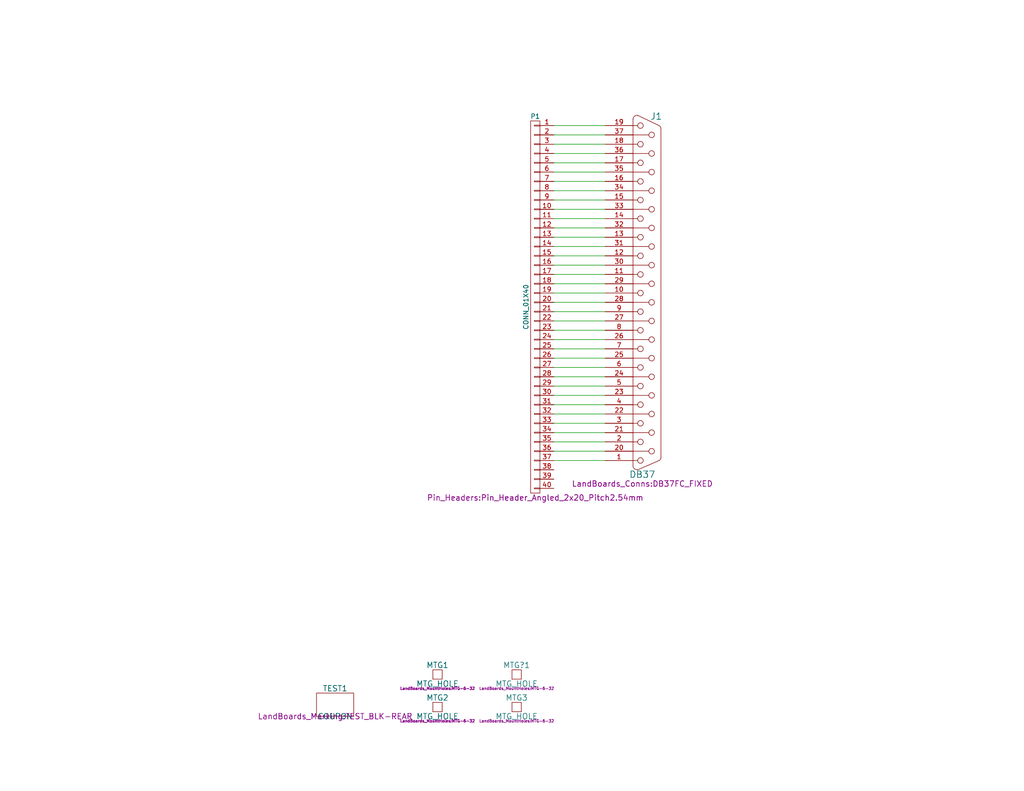
<source format=kicad_sch>
(kicad_sch (version 20211123) (generator eeschema)
  (paper "A")
  (title_block (title "SWITCHX8") (date "Wednesday, May 03, 2017") (rev "X1") (company "land-boards.com"))
  (lib_symbols
    (symbol "DB37RIBBONADAPTER-rescue:CONN_01X40" (pin_names (offset 1.016) hide)
      (property "Reference" "P" (at 0 52.07 0))
      (property "Value" "CONN_01X40" (at 2.54 0 90))
      (symbol "CONN_01X40_0_1"
        (rectangle (start -1.27 -49.403) (end 0.254 -49.657))
        (rectangle (start -1.27 -46.863) (end 0.254 -47.117))
        (rectangle (start -1.27 -44.323) (end 0.254 -44.577))
        (rectangle (start -1.27 -41.783) (end 0.254 -42.037))
        (rectangle (start -1.27 -39.243) (end 0.254 -39.497))
        (rectangle (start -1.27 -36.703) (end 0.254 -36.957))
        (rectangle (start -1.27 -34.163) (end 0.254 -34.417))
        (rectangle (start -1.27 -31.623) (end 0.254 -31.877))
        (rectangle (start -1.27 -29.083) (end 0.254 -29.337))
        (rectangle (start -1.27 -26.543) (end 0.254 -26.797))
        (rectangle (start -1.27 -24.003) (end 0.254 -24.257))
        (rectangle (start -1.27 -21.463) (end 0.254 -21.717))
        (rectangle (start -1.27 -18.923) (end 0.254 -19.177))
        (rectangle (start -1.27 -16.383) (end 0.254 -16.637))
        (rectangle (start -1.27 -13.843) (end 0.254 -14.097))
        (rectangle (start -1.27 -11.303) (end 0.254 -11.557))
        (rectangle (start -1.27 -8.763) (end 0.254 -9.017))
        (rectangle (start -1.27 -6.223) (end 0.254 -6.477))
        (rectangle (start -1.27 -3.683) (end 0.254 -3.937))
        (rectangle (start -1.27 -1.143) (end 0.254 -1.397))
        (rectangle (start -1.27 1.397) (end 0.254 1.143))
        (rectangle (start -1.27 3.937) (end 0.254 3.683))
        (rectangle (start -1.27 6.477) (end 0.254 6.223))
        (rectangle (start -1.27 9.017) (end 0.254 8.763))
        (rectangle (start -1.27 11.557) (end 0.254 11.303))
        (rectangle (start -1.27 14.097) (end 0.254 13.843))
        (rectangle (start -1.27 16.637) (end 0.254 16.383))
        (rectangle (start -1.27 19.177) (end 0.254 18.923))
        (rectangle (start -1.27 21.717) (end 0.254 21.463))
        (rectangle (start -1.27 24.257) (end 0.254 24.003))
        (rectangle (start -1.27 26.797) (end 0.254 26.543))
        (rectangle (start -1.27 29.337) (end 0.254 29.083))
        (rectangle (start -1.27 31.877) (end 0.254 31.623))
        (rectangle (start -1.27 34.417) (end 0.254 34.163))
        (rectangle (start -1.27 36.957) (end 0.254 36.703))
        (rectangle (start -1.27 39.497) (end 0.254 39.243))
        (rectangle (start -1.27 42.037) (end 0.254 41.783))
        (rectangle (start -1.27 44.577) (end 0.254 44.323))
        (rectangle (start -1.27 47.117) (end 0.254 46.863))
        (rectangle (start -1.27 49.657) (end 0.254 49.403))
        (rectangle (start -1.27 50.8) (end 1.27 -50.8))
      )
      (symbol "CONN_01X40_1_1"
        (pin passive line (at -5.08 49.53 0) (length 3.81) (name "P1") (number "1"))
        (pin passive line (at -5.08 26.67 0) (length 3.81) (name "P10") (number "10"))
        (pin passive line (at -5.08 24.13 0) (length 3.81) (name "P11") (number "11"))
        (pin passive line (at -5.08 21.59 0) (length 3.81) (name "P12") (number "12"))
        (pin passive line (at -5.08 19.05 0) (length 3.81) (name "P13") (number "13"))
        (pin passive line (at -5.08 16.51 0) (length 3.81) (name "P14") (number "14"))
        (pin passive line (at -5.08 13.97 0) (length 3.81) (name "P15") (number "15"))
        (pin passive line (at -5.08 11.43 0) (length 3.81) (name "P16") (number "16"))
        (pin passive line (at -5.08 8.89 0) (length 3.81) (name "P17") (number "17"))
        (pin passive line (at -5.08 6.35 0) (length 3.81) (name "P18") (number "18"))
        (pin passive line (at -5.08 3.81 0) (length 3.81) (name "P19") (number "19"))
        (pin passive line (at -5.08 46.99 0) (length 3.81) (name "P2") (number "2"))
        (pin passive line (at -5.08 1.27 0) (length 3.81) (name "P20") (number "20"))
        (pin passive line (at -5.08 -1.27 0) (length 3.81) (name "P21") (number "21"))
        (pin passive line (at -5.08 -3.81 0) (length 3.81) (name "P22") (number "22"))
        (pin passive line (at -5.08 -6.35 0) (length 3.81) (name "P23") (number "23"))
        (pin passive line (at -5.08 -8.89 0) (length 3.81) (name "P24") (number "24"))
        (pin passive line (at -5.08 -11.43 0) (length 3.81) (name "P25") (number "25"))
        (pin passive line (at -5.08 -13.97 0) (length 3.81) (name "P26") (number "26"))
        (pin passive line (at -5.08 -16.51 0) (length 3.81) (name "P27") (number "27"))
        (pin passive line (at -5.08 -19.05 0) (length 3.81) (name "P28") (number "28"))
        (pin passive line (at -5.08 -21.59 0) (length 3.81) (name "P29") (number "29"))
        (pin passive line (at -5.08 44.45 0) (length 3.81) (name "P3") (number "3"))
        (pin passive line (at -5.08 -24.13 0) (length 3.81) (name "P30") (number "30"))
        (pin passive line (at -5.08 -26.67 0) (length 3.81) (name "P31") (number "31"))
        (pin passive line (at -5.08 -29.21 0) (length 3.81) (name "P32") (number "32"))
        (pin passive line (at -5.08 -31.75 0) (length 3.81) (name "P33") (number "33"))
        (pin passive line (at -5.08 -34.29 0) (length 3.81) (name "P34") (number "34"))
        (pin passive line (at -5.08 -36.83 0) (length 3.81) (name "P35") (number "35"))
        (pin passive line (at -5.08 -39.37 0) (length 3.81) (name "P36") (number "36"))
        (pin passive line (at -5.08 -41.91 0) (length 3.81) (name "P37") (number "37"))
        (pin passive line (at -5.08 -44.45 0) (length 3.81) (name "P38") (number "38"))
        (pin passive line (at -5.08 -46.99 0) (length 3.81) (name "P39") (number "39"))
        (pin passive line (at -5.08 41.91 0) (length 3.81) (name "P4") (number "4"))
        (pin passive line (at -5.08 -49.53 0) (length 3.81) (name "P40") (number "40"))
        (pin passive line (at -5.08 39.37 0) (length 3.81) (name "P5") (number "5"))
        (pin passive line (at -5.08 36.83 0) (length 3.81) (name "P6") (number "6"))
        (pin passive line (at -5.08 34.29 0) (length 3.81) (name "P7") (number "7"))
        (pin passive line (at -5.08 31.75 0) (length 3.81) (name "P8") (number "8"))
        (pin passive line (at -5.08 29.21 0) (length 3.81) (name "P9") (number "9"))
      )
    )
    (symbol "DB37RIBBONADAPTER-rescue:COUPON" (pin_names (offset 1.016))
      (property "Reference" "COUP?" (at 0 0 0))
      (property "Value" "COUPON" (at 0 0 0))
      (symbol "COUPON_0_1"
        (rectangle (start -5.08 0) (end 5.08 6.35))
      )
    )
    (symbol "DB37RIBBONADAPTER-rescue:DB37" (pin_names (offset 1.016) hide)
      (property "Reference" "J" (at 2.54 48.26 0))
      (property "Value" "DB37" (at -1.27 -49.53 0))
      (symbol "DB37_0_1"
        (arc (start -3.81 -47.244) (mid -3.383 -48.0048) (end -2.54 -48.2346))
        (arc (start -2.54 48.514) (mid -3.3949 48.2789) (end -3.81 47.498))
        (circle (center -1.778 -45.72) (radius 0.762))
        (circle (center -1.778 -40.64) (radius 0.762))
        (circle (center -1.778 -35.56) (radius 0.762))
        (circle (center -1.778 -30.48) (radius 0.762))
        (circle (center -1.778 -25.4) (radius 0.762))
        (circle (center -1.778 -20.32) (radius 0.762))
        (circle (center -1.778 -15.24) (radius 0.762))
        (circle (center -1.778 -10.16) (radius 0.762))
        (circle (center -1.778 -5.08) (radius 0.762))
        (circle (center -1.778 0) (radius 0.762))
        (circle (center -1.778 5.08) (radius 0.762))
        (circle (center -1.778 10.16) (radius 0.762))
        (circle (center -1.778 15.24) (radius 0.762))
        (circle (center -1.778 20.32) (radius 0.762))
        (circle (center -1.778 25.4) (radius 0.762))
        (circle (center -1.778 30.48) (radius 0.762))
        (circle (center -1.778 35.56) (radius 0.762))
        (circle (center -1.778 40.64) (radius 0.762))
        (circle (center -1.778 45.72) (radius 0.762))
        (polyline (pts (xy -3.81 -45.72) (xy -2.54 -45.72)))
        (polyline (pts (xy -3.81 -43.18) (xy 0.508 -43.18)))
        (polyline (pts (xy -3.81 -40.64) (xy -2.54 -40.64)))
        (polyline (pts (xy -3.81 -38.1) (xy 0.508 -38.1)))
        (polyline (pts (xy -3.81 -35.56) (xy -2.54 -35.56)))
        (polyline (pts (xy -3.81 -33.02) (xy 0.508 -33.02)))
        (polyline (pts (xy -3.81 -30.48) (xy -2.54 -30.48)))
        (polyline (pts (xy -3.81 -27.94) (xy 0.508 -27.94)))
        (polyline (pts (xy -3.81 -25.4) (xy -2.54 -25.4)))
        (polyline (pts (xy -3.81 -22.86) (xy 0.508 -22.86)))
        (polyline (pts (xy -3.81 -20.32) (xy -2.54 -20.32)))
        (polyline (pts (xy -3.81 -17.78) (xy 0.508 -17.78)))
        (polyline (pts (xy -3.81 -15.24) (xy -2.54 -15.24)))
        (polyline (pts (xy -3.81 -12.7) (xy 0.508 -12.7)))
        (polyline (pts (xy -3.81 -10.16) (xy -2.54 -10.16)))
        (polyline (pts (xy -3.81 -7.62) (xy 0.508 -7.62)))
        (polyline (pts (xy -3.81 -5.08) (xy -2.54 -5.08)))
        (polyline (pts (xy -3.81 -2.54) (xy 0.508 -2.54)))
        (polyline (pts (xy -3.81 0) (xy -2.54 0)))
        (polyline (pts (xy -3.81 2.54) (xy 0.508 2.54)))
        (polyline (pts (xy -3.81 5.08) (xy -2.54 5.08)))
        (polyline (pts (xy -3.81 7.62) (xy 0.508 7.62)))
        (polyline (pts (xy -3.81 10.16) (xy -2.54 10.16)))
        (polyline (pts (xy -3.81 12.7) (xy 0.508 12.7)))
        (polyline (pts (xy -3.81 15.24) (xy -2.54 15.24)))
        (polyline (pts (xy -3.81 17.78) (xy 0.508 17.78)))
        (polyline (pts (xy -3.81 20.32) (xy -2.54 20.32)))
        (polyline (pts (xy -3.81 22.86) (xy 0.508 22.86)))
        (polyline (pts (xy -3.81 25.4) (xy -2.54 25.4)))
        (polyline (pts (xy -3.81 27.94) (xy 0.508 27.94)))
        (polyline (pts (xy -3.81 30.48) (xy -2.54 30.48)))
        (polyline (pts (xy -3.81 33.02) (xy 0.508 33.02)))
        (polyline (pts (xy -3.81 35.56) (xy -2.54 35.56)))
        (polyline (pts (xy -3.81 38.1) (xy 0.508 38.1)))
        (polyline (pts (xy -3.81 40.64) (xy -2.54 40.64)))
        (polyline (pts (xy -3.81 43.18) (xy 0.508 43.18)))
        (polyline (pts (xy -3.81 45.72) (xy -2.54 45.72)))
        (polyline (pts (xy -3.81 47.498) (xy -3.81 -47.2186)))
        (polyline (pts (xy -2.54 -48.26) (xy 3.302 -45.72)))
        (polyline (pts (xy -2.54 48.514) (xy 3.302 45.72)))
        (polyline (pts (xy 3.81 -44.958) (xy 3.81 44.958)))
        (circle (center 1.27 -43.18) (radius 0.762))
        (circle (center 1.27 -38.1) (radius 0.762))
        (circle (center 1.27 -33.02) (radius 0.762))
        (circle (center 1.27 -27.94) (radius 0.762))
        (circle (center 1.27 -22.86) (radius 0.762))
        (circle (center 1.27 -17.78) (radius 0.762))
        (circle (center 1.27 -12.7) (radius 0.762))
        (circle (center 1.27 -7.62) (radius 0.762))
        (circle (center 1.27 -2.54) (radius 0.762))
        (circle (center 1.27 2.54) (radius 0.762))
        (circle (center 1.27 7.62) (radius 0.762))
        (circle (center 1.27 12.7) (radius 0.762))
        (circle (center 1.27 17.78) (radius 0.762))
        (circle (center 1.27 22.86) (radius 0.762))
        (circle (center 1.27 27.94) (radius 0.762))
        (circle (center 1.27 33.02) (radius 0.762))
        (circle (center 1.27 38.1) (radius 0.762))
        (circle (center 1.27 43.18) (radius 0.762))
        (arc (start 3.302 -45.72) (mid 3.6645 -45.4102) (end 3.81 -44.958))
        (arc (start 3.7846 44.958) (mid 3.654 45.3998) (end 3.302 45.6946))
      )
      (symbol "DB37_1_1"
        (pin passive line (at -11.43 -45.72 0) (length 7.62) (name "1") (number "1"))
        (pin passive line (at -11.43 0 0) (length 7.62) (name "10") (number "10"))
        (pin passive line (at -11.43 5.08 0) (length 7.62) (name "11") (number "11"))
        (pin passive line (at -11.43 10.16 0) (length 7.62) (name "12") (number "12"))
        (pin passive line (at -11.43 15.24 0) (length 7.62) (name "13") (number "13"))
        (pin passive line (at -11.43 20.32 0) (length 7.62) (name "14") (number "14"))
        (pin passive line (at -11.43 25.4 0) (length 7.62) (name "15") (number "15"))
        (pin passive line (at -11.43 30.48 0) (length 7.62) (name "16") (number "16"))
        (pin passive line (at -11.43 35.56 0) (length 7.62) (name "17") (number "17"))
        (pin passive line (at -11.43 40.64 0) (length 7.62) (name "18") (number "18"))
        (pin passive line (at -11.43 45.72 0) (length 7.62) (name "19") (number "19"))
        (pin passive line (at -11.43 -40.64 0) (length 7.62) (name "2") (number "2"))
        (pin passive line (at -11.43 -43.18 0) (length 7.62) (name "20") (number "20"))
        (pin passive line (at -11.43 -38.1 0) (length 7.62) (name "21") (number "21"))
        (pin passive line (at -11.43 -33.02 0) (length 7.62) (name "22") (number "22"))
        (pin passive line (at -11.43 -27.94 0) (length 7.62) (name "23") (number "23"))
        (pin passive line (at -11.43 -22.86 0) (length 7.62) (name "24") (number "24"))
        (pin passive line (at -11.43 -17.78 0) (length 7.62) (name "25") (number "25"))
        (pin passive line (at -11.43 -12.7 0) (length 7.62) (name "26") (number "26"))
        (pin passive line (at -11.43 -7.62 0) (length 7.62) (name "27") (number "27"))
        (pin passive line (at -11.43 -2.54 0) (length 7.62) (name "28") (number "28"))
        (pin passive line (at -11.43 2.54 0) (length 7.62) (name "29") (number "29"))
        (pin passive line (at -11.43 -35.56 0) (length 7.62) (name "3") (number "3"))
        (pin passive line (at -11.43 7.62 0) (length 7.62) (name "30") (number "30"))
        (pin passive line (at -11.43 12.7 0) (length 7.62) (name "31") (number "31"))
        (pin passive line (at -11.43 17.78 0) (length 7.62) (name "32") (number "32"))
        (pin passive line (at -11.43 22.86 0) (length 7.62) (name "33") (number "33"))
        (pin passive line (at -11.43 27.94 0) (length 7.62) (name "34") (number "34"))
        (pin passive line (at -11.43 33.02 0) (length 7.62) (name "35") (number "35"))
        (pin passive line (at -11.43 38.1 0) (length 7.62) (name "36") (number "36"))
        (pin passive line (at -11.43 43.18 0) (length 7.62) (name "37") (number "37"))
        (pin passive line (at -11.43 -30.48 0) (length 7.62) (name "4") (number "4"))
        (pin passive line (at -11.43 -25.4 0) (length 7.62) (name "5") (number "5"))
        (pin passive line (at -11.43 -20.32 0) (length 7.62) (name "6") (number "6"))
        (pin passive line (at -11.43 -15.24 0) (length 7.62) (name "7") (number "7"))
        (pin passive line (at -11.43 -10.16 0) (length 7.62) (name "8") (number "8"))
        (pin passive line (at -11.43 -5.08 0) (length 7.62) (name "9") (number "9"))
      )
    )
    (symbol "DB37RIBBONADAPTER-rescue:MTG_HOLE" (pin_names (offset 1.016))
      (property "Reference" "MTG?" (at 0 2.54 0))
      (property "Value" "MTG_HOLE" (at 0 -2.54 0))
      (symbol "MTG_HOLE_0_1"
        (rectangle (start -1.27 -1.27) (end 1.27 -1.27))
        (rectangle (start -1.27 1.27) (end -1.27 -1.27))
        (rectangle (start 1.27 1.27) (end -1.27 1.27))
        (rectangle (start 1.27 1.27) (end 1.27 -1.27))
      )
    )
  )
  (wire (pts (xy 165.1 36.83) (xy 151.13 36.83)))
  (wire (pts (xy 165.1 64.77) (xy 151.13 64.77)))
  (wire (pts (xy 165.1 100.33) (xy 151.13 100.33)))
  (wire (pts (xy 165.1 95.25) (xy 151.13 95.25)))
  (wire (pts (xy 165.1 72.39) (xy 151.13 72.39)))
  (wire (pts (xy 165.1 34.29) (xy 151.13 34.29)))
  (wire (pts (xy 165.1 77.47) (xy 151.13 77.47)))
  (wire (pts (xy 165.1 57.15) (xy 151.13 57.15)))
  (wire (pts (xy 165.1 74.93) (xy 151.13 74.93)))
  (wire (pts (xy 165.1 80.01) (xy 151.13 80.01)))
  (wire (pts (xy 165.1 105.41) (xy 151.13 105.41)))
  (wire (pts (xy 165.1 90.17) (xy 151.13 90.17)))
  (wire (pts (xy 165.1 110.49) (xy 151.13 110.49)))
  (wire (pts (xy 165.1 54.61) (xy 151.13 54.61)))
  (wire (pts (xy 165.1 49.53) (xy 151.13 49.53)))
  (wire (pts (xy 165.1 85.09) (xy 151.13 85.09)))
  (wire (pts (xy 165.1 69.85) (xy 151.13 69.85)))
  (wire (pts (xy 165.1 82.55) (xy 151.13 82.55)))
  (wire (pts (xy 165.1 97.79) (xy 151.13 97.79)))
  (wire (pts (xy 165.1 107.95) (xy 151.13 107.95)))
  (wire (pts (xy 165.1 87.63) (xy 151.13 87.63)))
  (wire (pts (xy 165.1 59.69) (xy 151.13 59.69)))
  (wire (pts (xy 165.1 102.87) (xy 151.13 102.87)))
  (wire (pts (xy 165.1 41.91) (xy 151.13 41.91)))
  (wire (pts (xy 165.1 46.99) (xy 151.13 46.99)))
  (wire (pts (xy 165.1 92.71) (xy 151.13 92.71)))
  (wire (pts (xy 165.1 123.19) (xy 151.13 123.19)))
  (wire (pts (xy 165.1 52.07) (xy 151.13 52.07)))
  (wire (pts (xy 165.1 115.57) (xy 151.13 115.57)))
  (wire (pts (xy 165.1 62.23) (xy 151.13 62.23)))
  (wire (pts (xy 165.1 44.45) (xy 151.13 44.45)))
  (wire (pts (xy 165.1 67.31) (xy 151.13 67.31)))
  (wire (pts (xy 165.1 125.73) (xy 151.13 125.73)))
  (wire (pts (xy 165.1 120.65) (xy 151.13 120.65)))
  (wire (pts (xy 165.1 113.03) (xy 151.13 113.03)))
  (wire (pts (xy 165.1 118.11) (xy 151.13 118.11)))
  (wire (pts (xy 165.1 39.37) (xy 151.13 39.37)))
  (symbol (lib_id "DB37RIBBONADAPTER-rescue:MTG_HOLE") (at 140.97 184.15 0) (unit 1)
    (property "Reference" "MTG?1" (at 140.97 181.61 0) (effects (font (size 1.524 1.524))))
    (property "Value" "MTG_HOLE" (at 140.97 186.69 0) (effects (font (size 1.524 1.524))))
    (property "Footprint" "LandBoards_MountHoles:MTG-6-32" (at 140.97 187.96 0) (effects (font (size 0.762 0.762))))
  )
  (symbol (lib_id "DB37RIBBONADAPTER-rescue:MTG_HOLE") (at 140.97 193.04 0) (unit 1)
    (property "Reference" "MTG3" (at 140.97 190.5 0) (effects (font (size 1.524 1.524))))
    (property "Value" "MTG_HOLE" (at 140.97 195.58 0) (effects (font (size 1.524 1.524))))
    (property "Footprint" "LandBoards_MountHoles:MTG-6-32" (at 140.97 196.85 0) (effects (font (size 0.762 0.762))))
  )
  (symbol (lib_id "DB37RIBBONADAPTER-rescue:MTG_HOLE") (at 119.38 193.04 0) (unit 1)
    (property "Reference" "MTG2" (at 119.38 190.5 0) (effects (font (size 1.524 1.524))))
    (property "Value" "MTG_HOLE" (at 119.38 195.58 0) (effects (font (size 1.524 1.524))))
    (property "Footprint" "LandBoards_MountHoles:MTG-6-32" (at 119.38 196.85 0) (effects (font (size 0.762 0.762))))
  )
  (symbol (lib_id "DB37RIBBONADAPTER-rescue:MTG_HOLE") (at 119.38 184.15 0) (unit 1)
    (property "Reference" "MTG1" (at 119.38 181.61 0) (effects (font (size 1.524 1.524))))
    (property "Value" "MTG_HOLE" (at 119.38 186.69 0) (effects (font (size 1.524 1.524))))
    (property "Footprint" "LandBoards_MountHoles:MTG-6-32" (at 119.38 187.96 0) (effects (font (size 0.762 0.762))))
  )
  (symbol (lib_id "DB37RIBBONADAPTER-rescue:COUPON") (at 91.44 195.58 0) (unit 1)
    (property "Reference" "TEST1" (at 91.44 187.96 0) (effects (font (size 1.524 1.524))))
    (property "Value" "COUPON" (at 91.44 195.58 0) (effects (font (size 1.524 1.524))))
    (property "Footprint" "LandBoards_Marking:TEST_BLK-REAR" (at 91.44 195.58 0) (effects (font (size 1.524 1.524))))
  )
  (symbol (lib_id "DB37RIBBONADAPTER-rescue:DB37") (at 176.53 80.01 0) (unit 1)
    (property "Reference" "J1" (at 179.07 31.75 0) (effects (font (size 1.778 1.778))))
    (property "Value" "DB37" (at 175.26 129.54 0) (effects (font (size 1.778 1.778))))
    (property "Footprint" "LandBoards_Conns:DB37FC_FIXED" (at 175.26 132.08 0) (effects (font (size 1.524 1.524))))
  )
  (symbol (lib_id "DB37RIBBONADAPTER-rescue:CONN_01X40") (at 146.05 83.82 0) (mirror y) (unit 1)
    (property "Reference" "P1" (at 146.05 31.75 0))
    (property "Value" "CONN_01X40" (at 143.51 83.82 90))
    (property "Footprint" "Pin_Headers:Pin_Header_Angled_2x20_Pitch2.54mm" (at 146.05 135.89 0) (effects (font (size 1.524 1.524))))
  )
)
</source>
